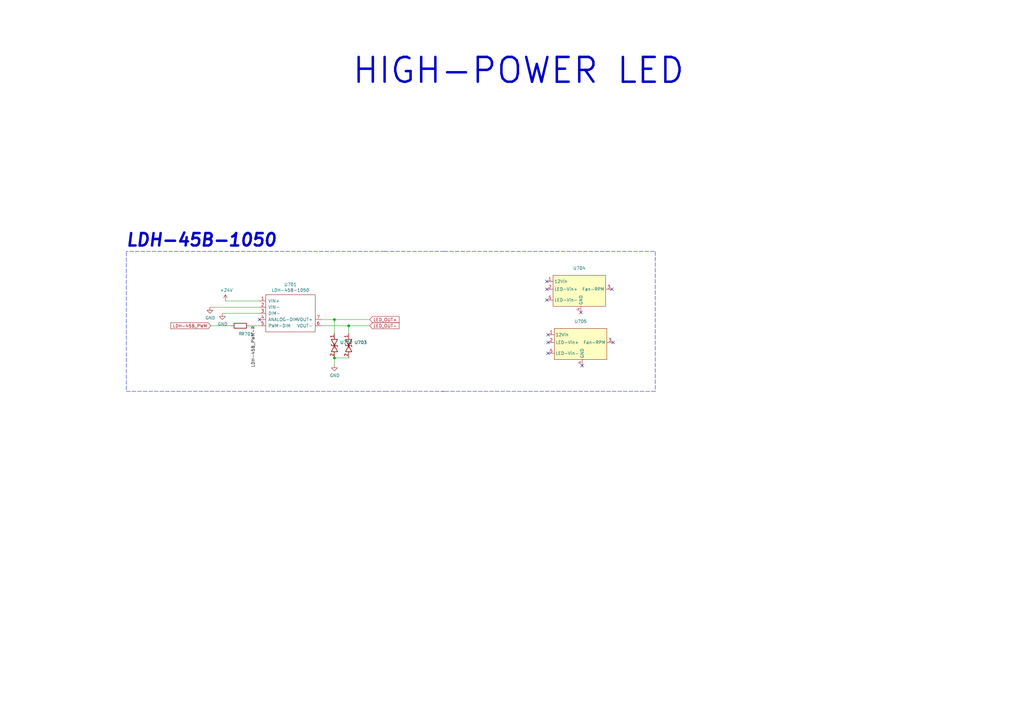
<source format=kicad_sch>
(kicad_sch (version 20211123) (generator eeschema)
  (paper "A3")
  (title_block (title "OpenCelluloid") (date "2023-02-16") (rev "v0.1"))
  (lib_symbols
    (symbol "Device:R" (pin_numbers hide) (pin_names (offset 0))
      (property "Reference" "R" (at 2.032 0 90))
      (property "Value" "R" (at 0 0 90))
      (symbol "R_0_1"
        (rectangle (start -1.016 -2.54) (end 1.016 2.54) (stroke (width 0.254)))
      )
      (symbol "R_1_1"
        (pin passive line (at 0 3.81 270) (length 1.27) (name "~") (number "1"))
        (pin passive line (at 0 -3.81 90) (length 1.27) (name "~") (number "2"))
      )
    )
    (symbol "OpenCelluloid-rescue:LDH-45B-1050-knownParts" (pin_names (offset 1.016))
      (property "Reference" "U" (at 7.62 3.81 0))
      (property "Value" "LDH-45B-1050-knownParts" (at 6.35 1.27 0))
      (symbol "LDH-45B-1050-knownParts_0_1"
        (rectangle (start -2.54 0) (end 17.78 -15.24))
      )
      (symbol "LDH-45B-1050-knownParts_1_1"
        (pin input line (at -5.08 -2.54 0) (length 2.54) (name "VIN+") (number "1"))
        (pin input line (at -5.08 -5.08 0) (length 2.54) (name "VIN-") (number "2"))
        (pin input line (at -5.08 -7.62 0) (length 2.54) (name "DIM-") (number "3"))
        (pin input line (at -5.08 -10.16 0) (length 2.54) (name "ANALOG-DIM") (number "4"))
        (pin input line (at -5.08 -12.7 0) (length 2.54) (name "PWM-DIM") (number "5"))
        (pin output line (at 20.32 -12.7 180) (length 2.54) (name "VOUT-") (number "6"))
        (pin output line (at 20.32 -10.16 180) (length 2.54) (name "VOUT+") (number "7"))
      )
    )
    (symbol "power:+24V" (power) (pin_names (offset 0))
      (property "Value" "power_+24V" (at 0 3.556 0))
      (symbol "+24V_0_1"
        (polyline (pts (xy -0.762 1.27) (xy 0 2.54)))
        (polyline (pts (xy 0 0) (xy 0 2.54)))
        (polyline (pts (xy 0 2.54) (xy 0.762 1.27)))
      )
      (symbol "+24V_1_1"
        (pin power_in line (at 0 0 90) (length 0) hide (name "+24V") (number "1"))
      )
    )
    (symbol "power:GND" (power) (pin_names (offset 0))
      (property "Value" "power_GND" (at 0 -3.81 0))
      (symbol "GND_0_1"
        (polyline (pts (xy 0 0) (xy 0 -1.27) (xy 1.27 -1.27) (xy 0 -2.54) (xy -1.27 -1.27) (xy 0 -1.27)))
      )
      (symbol "GND_1_1"
        (pin power_in line (at 0 0 270) (length 0) hide (name "GND") (number "1"))
      )
    )
    (symbol "privateParts:PESD3V3L1BA-Bidirectional_Diode"
      (property "Reference" "U" (at 0 -5.08 0))
      (property "Value" "PESD3V3L1BA-Bidirectional_Diode" (at 0 -7.62 0))
      (symbol "PESD3V3L1BA-Bidirectional_Diode_0_1"
        (polyline (pts (xy 1.27 0) (xy -1.27 0)))
        (polyline (pts (xy 0.508 1.27) (xy 0 1.27) (xy 0 -1.27) (xy -0.508 -1.27)) (stroke (width 0.254)))
        (polyline (pts (xy -2.54 1.27) (xy -2.54 -1.27) (xy 2.54 1.27) (xy 2.54 -1.27) (xy -2.54 1.27)) (stroke (width 0.254)))
      )
      (symbol "PESD3V3L1BA-Bidirectional_Diode_1_1"
        (pin passive line (at -5.08 0 0) (length 2.54) (name "") (number "1"))
        (pin passive line (at 5.08 0 180) (length 2.54) (name "") (number "2"))
      )
    )
    (symbol "privateParts:Vero-Bridgelux_LED-with-Noctua-Fan"
      (property "Reference" "U" (at 1.905 4.445 0))
      (symbol "Vero-Bridgelux_LED-with-Noctua-Fan_0_0"
        (pin power_in line (at -13.335 5.715 0) (length 2.54) (name "12Vin") (number "1"))
        (pin power_in line (at -13.335 2.54 0) (length 2.54) (name "LED-Vin+") (number "2"))
        (pin output line (at 13.335 2.54 180) (length 2.54) (name "Fan-RPM") (number "3"))
        (pin power_in line (at 0.635 -6.985 90) (length 2.54) (name "GND") (number "4"))
        (pin power_in line (at -13.335 -1.905 0) (length 2.54) (name "LED-Vin-") (number "5"))
      )
      (symbol "Vero-Bridgelux_LED-with-Noctua-Fan_0_1"
        (rectangle (start -10.795 8.255) (end 10.795 -4.445) (fill (type background)))
      )
    )
  )
  (junction (at 137.16 146.812))
  (junction (at 143.002 133.604))
  (junction (at 137.16 131.064))
  (no_connect (at 224.282 123.063))
  (no_connect (at 224.79 140.462))
  (no_connect (at 238.252 128.143))
  (no_connect (at 224.282 115.443))
  (no_connect (at 251.46 140.462))
  (no_connect (at 106.426 131.064))
  (no_connect (at 224.79 137.287))
  (no_connect (at 250.952 118.618))
  (no_connect (at 224.282 118.618))
  (no_connect (at 238.76 149.987))
  (no_connect (at 224.79 144.907))
  (polyline (pts (xy 51.816 103.378) (xy 51.816 160.528)))
  (wire (pts (xy 137.16 146.812) (xy 143.002 146.812)))
  (wire (pts (xy 137.16 131.064) (xy 151.638 131.064)))
  (polyline (pts (xy 157.734 103.124) (xy 182.372 103.124)))
  (wire (pts (xy 102.3396 133.604) (xy 106.426 133.604)))
  (polyline (pts (xy 51.816 160.528) (xy 157.734 160.528)))
  (wire (pts (xy 131.826 133.604) (xy 143.002 133.604)))
  (polyline (pts (xy 182.372 160.528) (xy 157.734 160.528)))
  (wire (pts (xy 86.4764 133.604) (xy 94.7196 133.604)))
  (wire (pts (xy 143.002 133.604) (xy 143.002 136.652)))
  (wire (pts (xy 137.16 131.064) (xy 137.16 136.652)))
  (wire (pts (xy 91.186 128.524) (xy 106.426 128.524)))
  (wire (pts (xy 86.106 125.984) (xy 106.426 125.984)))
  (wire (pts (xy 92.456 123.444) (xy 106.426 123.444)))
  (polyline (pts (xy 157.734 103.124) (xy 51.816 103.124)))
  (polyline (pts (xy 182.118 103.124) (xy 268.732 103.124)))
  (polyline (pts (xy 268.732 103.124) (xy 268.732 160.528)))
  (wire (pts (xy 131.826 131.064) (xy 137.16 131.064)))
  (wire (pts (xy 137.16 146.812) (xy 137.16 149.606)))
  (polyline (pts (xy 268.732 160.528) (xy 181.356 160.528)))
  (wire (pts (xy 143.002 133.604) (xy 151.638 133.604)))
  (text "HIGH-POWER LED" (at 144.018 35.052 0) (effects (font (size 10.16 10.16) (thickness 1.016) bold) (justify left bottom)))
  (text "LDH-45B-1050" (at 51.308 101.6 0) (effects (font (size 5.08 5.08) bold italic) (justify left bottom)))
  (label "LDH-45B_PWM-R" (at 104.9079 133.604 270))
  (global_label "LDH-45B_PWM" (shape input) (at 86.4764 133.604 180) (property "Intersheet References" "${INTERSHEET_REFS}" (effects hide)))
  (global_label "LED_OUT+" (shape input) (at 151.638 131.064 0) (property "Intersheet References" "${INTERSHEET_REFS}" (effects hide)))
  (global_label "LED_OUT-" (shape input) (at 151.638 133.604 0) (property "Intersheet References" "${INTERSHEET_REFS}" (effects hide)))
  (symbol (lib_id "power:GND") (at 86.106 125.984 0) (unit 1)
    (property "Reference" "#PWR0701" (effects hide))
    (property "Value" "GND" (at 86.233 130.3782 0))
  )
  (symbol (lib_id "power:GND") (at 137.16 149.606 0) (unit 1)
    (property "Reference" "#PWR0704" (effects hide))
    (property "Value" "GND" (at 137.287 154.0002 0))
  )
  (symbol (lib_id "privateParts:PESD3V3L1BA-Bidirectional_Diode") (at 137.16 141.732 270) (unit 1)
    (property "Reference" "U702" (at 139.4714 140.4619 90) (effects (justify left)))
    (property "Value" "PESD3V3L1BA-Bidirectional_Diode" (effects hide))
    (property "Footprint" "Diode_SMD:D_SOD-323" (effects hide))
    (property "Datasheet" "https://assets.nexperia.com/documents/data-sheet/PESDXL1BA_SER.pdf" (effects hide))
    (property "Manufacturer_PN" "PESD3V3L1BA,115" (effects hide))
    (property "Digi-Key_PN" "1727-3825-1-ND" (effects hide))
  )
  (symbol (lib_id "Device:R") (at 98.5296 133.604 90) (unit 1)
    (property "Reference" "R701" (at 101.4605 136.9937 90))
    (property "Value" "R" (at 98.552 136.906 90))
    (property "Footprint" "Resistor_SMD:R_1206_3216Metric_Pad1.30x1.75mm_HandSolder" (effects hide))
    (property "Digi-Key_PN" "RMCF1206ZT0R00CT-ND" (effects hide))
    (property "Manufacturer_PN" "RMCF1206ZT0R00" (effects hide))
  )
  (symbol (lib_id "power:GND") (at 91.186 128.524 0) (unit 1)
    (property "Reference" "#PWR0702" (effects hide))
    (property "Value" "GND" (at 91.313 132.9182 0))
  )
  (symbol (lib_id "OpenCelluloid-rescue:LDH-45B-1050-knownParts") (at 111.506 120.904 0) (unit 1)
    (property "Reference" "U701" (at 119.126 116.713 0))
    (property "Value" "LDH-45B-1050" (at 119.126 119.0244 0))
    (property "Footprint" "knownParts:MeanWell-LDH-45B-1050" (effects hide))
    (property "Datasheet" "https://www.meanwellusa.com/upload/pdf/LDH-45(DA)/LDH-45-spec.pdf" (effects hide))
    (property "Manufacturer_PN" "LDH-45B-1050" (effects hide))
    (property "Digi-Key_PN" "1866-3127-ND" (effects hide))
  )
  (symbol (lib_id "privateParts:Vero-Bridgelux_LED-with-Noctua-Fan") (at 237.617 121.158 0) (unit 1)
    (property "Reference" "U704" (at 237.617 109.982 0))
    (property "Value" "Vero-Bridgelux_LED-with-Noctua-Fan" (effects hide))
    (property "Footprint" "PrivateParts:Vero-18-High-Power-LED_w_Noctua-Fan" (effects hide))
    (property "Conn-MPN" "1718560105" (effects hide))
    (property "Conn-DKPN" "900-1718560105-ND" (effects hide))
  )
  (symbol (lib_id "privateParts:PESD3V3L1BA-Bidirectional_Diode") (at 143.002 141.732 270) (unit 1)
    (property "Reference" "U703" (at 145.3134 140.4619 90) (effects (justify left)))
    (property "Value" "PESD3V3L1BA-Bidirectional_Diode" (effects hide))
    (property "Footprint" "Diode_SMD:D_SOD-323" (effects hide))
    (property "Datasheet" "https://assets.nexperia.com/documents/data-sheet/PESDXL1BA_SER.pdf" (effects hide))
    (property "Manufacturer_PN" "PESD3V3L1BA,115" (effects hide))
    (property "Digi-Key_PN" "1727-3825-1-ND" (effects hide))
  )
  (symbol (lib_id "power:+24V") (at 92.456 123.444 0) (unit 1)
    (property "Reference" "#PWR0703" (effects hide))
    (property "Value" "+24V" (at 92.837 119.0498 0))
  )
  (symbol (lib_id "privateParts:Vero-Bridgelux_LED-with-Noctua-Fan") (at 238.125 143.002 0) (unit 1)
    (property "Reference" "U705" (at 238.125 131.826 0))
    (property "Value" "Vero-Bridgelux_LED-with-Noctua-Fan" (effects hide))
    (property "Footprint" "PrivateParts:Vero_29-High-Power-LED_w_Noctua-Fan" (effects hide))
    (property "Conn-MPN" "1718560105" (effects hide))
    (property "Conn-DKPN" "900-1718560105-ND" (effects hide))
  )
)
</source>
